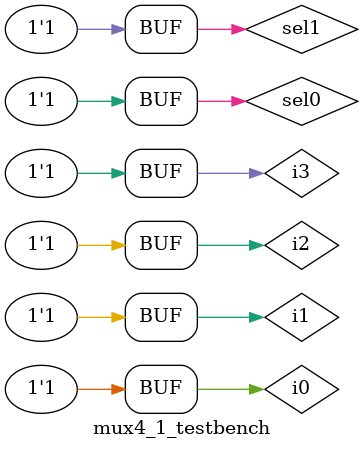
<source format=sv>
/* 
* this mux4_1 takes 4 input bits and uses 2 select bits to choose to output 
* one of those 8 bits.
* inputs: 
*		i0: 1 bit input chosen if selector bits are 00
*		i1: 1 bit input chosen if selector bits are 01
*		i2: 1 bit input chosen if selector bits are 10
*		i3: 1 bit input chosen if selector buts are 11
*		sel1: 1 bit selector bit, most significant place of the 2 selector bits
* 		sel0: 1 bit selector bit, least significant place of the 2 selector bits
* outputs:
*		out: 1 bit that was chosen from the 4 possible input bits 
*/
module mux4_1(out, i0, i1, i2, i3, sel1, sel0);
	output logic out;
	input logic i0, i1, i2, i3, sel1, sel0;
	
	logic out_i0_i1, out_i2_i3;
	
	// use two 2_1 muxes to pick 2 inputs out of 4, 
	mux2_1 muxi0_i1(.out(out_i0_i1), .i0, .i1, .sel(sel0));
	mux2_1 muxi2_i3(.out(out_i2_i3), .i0(i2), .i1(i3), .sel(sel0));
	
	// then one more 2_1 mux to pick 1 between the last two chosen bits.
	mux2_1 final_out(.out, .i0(out_i0_i1), .i1(out_i2_i3), .sel(sel1));
endmodule 

module mux4_1_testbench();
     logic i0, i1, i2, i3, sel0, sel1, sel2;
	  logic out;

	  mux4_1 dut (.out, .i0, .i1, .i2, .i3, .sel1, .sel0);

	  initial begin 
			sel1=0; sel0=0; i0=0; i1=0; i2=0; i3=0; #10;
			sel1=0; sel0=0; i0=0; i1=0; i2=0; i3=1; #10;
			sel1=0; sel0=0; i0=0; i1=0; i2=1; i3=0; #10;
			sel1=0; sel0=0; i0=0; i1=0; i2=1; i3=1; #10;
			sel1=0; sel0=0; i0=0; i1=1; i2=0; i3=0; #10;
			sel1=0; sel0=0; i0=0; i1=1; i2=0; i3=1; #10;
			sel1=0; sel0=0; i0=0; i1=1; i2=1; i3=0; #10;
			sel1=0; sel0=0; i0=0; i1=1; i2=1; i3=1; #10;
			sel1=0; sel0=0; i0=1; i1=0; i2=0; i3=0; #10;
			sel1=0; sel0=0; i0=1; i1=0; i2=0; i3=1; #10;
			sel1=0; sel0=0; i0=1; i1=0; i2=1; i3=0; #10;
			sel1=0; sel0=0; i0=1; i1=0; i2=1; i3=1; #10;
			sel1=0; sel0=0; i0=1; i1=1; i2=0; i3=0; #10;
			sel1=0; sel0=0; i0=1; i1=1; i2=0; i3=1; #10;
			sel1=0; sel0=0; i0=1; i1=1; i2=1; i3=0; #10;
			sel1=0; sel0=0; i0=1; i1=1; i2=1; i3=1; #10;
			
			sel1=0; sel0=1; i0=0; i1=0; i2=0; i3=0; #10;
			sel1=0; sel0=1; i0=0; i1=0; i2=0; i3=1; #10;
			sel1=0; sel0=1; i0=0; i1=0; i2=1; i3=0; #10;
			sel1=0; sel0=1; i0=0; i1=0; i2=1; i3=1; #10;
			sel1=0; sel0=1; i0=0; i1=1; i2=0; i3=0; #10;
			sel1=0; sel0=1; i0=0; i1=1; i2=0; i3=1; #10;
			sel1=0; sel0=1; i0=0; i1=1; i2=1; i3=0; #10;
			sel1=0; sel0=1; i0=0; i1=1; i2=1; i3=1; #10;
			sel1=0; sel0=1; i0=1; i1=0; i2=0; i3=0; #10;
			sel1=0; sel0=1; i0=1; i1=0; i2=0; i3=1; #10;
			sel1=0; sel0=1; i0=1; i1=0; i2=1; i3=0; #10;
			sel1=0; sel0=1; i0=1; i1=0; i2=1; i3=1; #10;
			sel1=0; sel0=1; i0=1; i1=1; i2=0; i3=0; #10;
			sel1=0; sel0=1; i0=1; i1=1; i2=0; i3=1; #10;
			sel1=0; sel0=1; i0=1; i1=1; i2=1; i3=0; #10;
			sel1=0; sel0=1; i0=1; i1=1; i2=1; i3=1; #10;
			
			sel1=1; sel0=0; i0=0; i1=0; i2=0; i3=0; #10;
			sel1=1; sel0=0; i0=0; i1=0; i2=0; i3=1; #10;
			sel1=1; sel0=0; i0=0; i1=0; i2=1; i3=0; #10;
			sel1=1; sel0=0; i0=0; i1=0; i2=1; i3=1; #10;
			sel1=1; sel0=0; i0=0; i1=1; i2=0; i3=0; #10;
			sel1=1; sel0=0; i0=0; i1=1; i2=0; i3=1; #10;
			sel1=1; sel0=0; i0=0; i1=1; i2=1; i3=0; #10;
			sel1=1; sel0=0; i0=0; i1=1; i2=1; i3=1; #10;
			sel1=1; sel0=0; i0=1; i1=0; i2=0; i3=0; #10;
			sel1=1; sel0=0; i0=1; i1=0; i2=0; i3=1; #10;
			sel1=1; sel0=0; i0=1; i1=0; i2=1; i3=0; #10;
			sel1=1; sel0=0; i0=1; i1=0; i2=1; i3=1; #10;
			sel1=1; sel0=0; i0=1; i1=1; i2=0; i3=0; #10;
			sel1=1; sel0=0; i0=1; i1=1; i2=0; i3=1; #10;
			sel1=1; sel0=0; i0=1; i1=1; i2=1; i3=0; #10;
			sel1=1; sel0=0; i0=1; i1=1; i2=1; i3=1; #10;
			
			sel1=1; sel0=1; i0=0; i1=0; i2=0; i3=0; #10;
			sel1=1; sel0=1; i0=0; i1=0; i2=0; i3=1; #10;
			sel1=1; sel0=1; i0=0; i1=0; i2=1; i3=0; #10;
			sel1=1; sel0=1; i0=0; i1=0; i2=1; i3=1; #10;
			sel1=1; sel0=1; i0=0; i1=1; i2=0; i3=0; #10;
			sel1=1; sel0=1; i0=0; i1=1; i2=0; i3=1; #10;
			sel1=1; sel0=1; i0=0; i1=1; i2=1; i3=0; #10;
			sel1=1; sel0=1; i0=0; i1=1; i2=1; i3=1; #10;
			sel1=1; sel0=1; i0=1; i1=0; i2=0; i3=0; #10;
			sel1=1; sel0=1; i0=1; i1=0; i2=0; i3=1; #10;
			sel1=1; sel0=1; i0=1; i1=0; i2=1; i3=0; #10;
			sel1=1; sel0=1; i0=1; i1=0; i2=1; i3=1; #10;
			sel1=1; sel0=1; i0=1; i1=1; i2=0; i3=0; #10;
			sel1=1; sel0=1; i0=1; i1=1; i2=0; i3=1; #10;
			sel1=1; sel0=1; i0=1; i1=1; i2=1; i3=0; #10;
			sel1=1; sel0=1; i0=1; i1=1; i2=1; i3=1; #10; 
		end    
endmodule 
</source>
